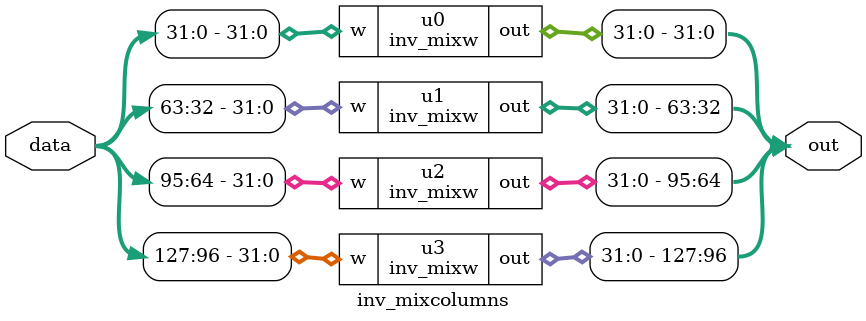
<source format=v>
module inv_mixw (
	input	[31:0]	w,
	output	[31:0]	out
);

assign out[31] = w[30]^w[29]^w[28]^w[23]^w[22]^w[20]^w[15]^w[13]^w[12]^w[7] ^w[4];
assign out[30] = w[31]^w[29]^w[28]^w[27]^w[23]^w[22]^w[21]^w[19]^w[15]^w[14]^w[12]^w[11]^w[7] ^w[6] ^w[3];
assign out[29] = w[30]^w[28]^w[27]^w[26]^w[23]^w[22]^w[21]^w[20]^w[18]^w[14]^w[13]^w[11]^w[10]^w[7] ^w[6]^w[5]^w[2];
assign out[28] = w[29]^w[27]^w[26]^w[25]^w[23]^w[22]^w[21]^w[20]^w[19]^w[17]^w[15]^w[13]^w[12]^w[10]^w[9]^w[6]^w[5]^w[4]^w[1];
assign out[27] = w[30]^w[29]^w[26]^w[25]^w[24]^w[21]^w[19]^w[18]^w[16]^w[15]^w[14]^w[13]^w[11]^w[9] ^w[8]^w[7]^w[5]^w[3]^w[0];
assign out[26] = w[30]^w[25]^w[24]^w[23]^w[22]^w[18]^w[17]^w[14]^w[10]^w[8] ^w[7] ^w[6] ^w[2];
assign out[25] = w[29]^w[24]^w[23]^w[22]^w[21]^w[17]^w[16]^w[15]^w[13]^w[9] ^w[6] ^w[5] ^w[1];
assign out[24] = w[31]^w[30]^w[29]^w[23]^w[21]^w[16]^w[14]^w[13]^w[8] ^w[5] ^w[0];
assign out[23] = w[31]^w[28]^w[22]^w[21]^w[20]^w[15]^w[14]^w[12]^w[7] ^w[5] ^w[4];
assign out[22] = w[31]^w[30]^w[27]^w[23]^w[21]^w[20]^w[19]^w[15]^w[14]^w[13]^w[11]^w[7] ^w[6] ^w[4]^w[3];
assign out[21] = w[31]^w[30]^w[29]^w[26]^w[22]^w[20]^w[19]^w[18]^w[15]^w[14]^w[13]^w[12]^w[10]^w[6]^w[5]^w[3]^w[2];
assign out[20] = w[30]^w[29]^w[28]^w[25]^w[21]^w[19]^w[18]^w[17]^w[15]^w[14]^w[13]^w[12]^w[11]^w[9]^w[7]^w[5]^w[4]^w[2]^w[1];
assign out[19] = w[31]^w[29]^w[27]^w[24]^w[22]^w[21]^w[18]^w[17]^w[16]^w[13]^w[11]^w[10]^w[8] ^w[7]^w[6]^w[5]^w[3]^w[1]^w[0];
assign out[18] = w[31]^w[30]^w[26]^w[22]^w[17]^w[16]^w[15]^w[14]^w[10]^w[9] ^w[6] ^w[2] ^w[0];
assign out[17] = w[30]^w[29]^w[25]^w[21]^w[16]^w[15]^w[14]^w[13]^w[9] ^w[8] ^w[7] ^w[5] ^w[1];
assign out[16] = w[29]^w[24]^w[23]^w[22]^w[21]^w[15]^w[13]^w[8] ^w[6] ^w[5] ^w[0];
assign out[15] = w[31]^w[29]^w[28]^w[23]^w[20]^w[14]^w[13]^w[12]^w[7] ^w[6] ^w[4];
assign out[14] = w[31]^w[30]^w[28]^w[27]^w[23]^w[22]^w[19]^w[15]^w[13]^w[12]^w[11]^w[7] ^w[6] ^w[5]^w[3];
assign out[13] = w[30]^w[29]^w[27]^w[26]^w[23]^w[22]^w[21]^w[18]^w[14]^w[12]^w[11]^w[10]^w[7] ^w[6]^w[5]^w[4]^w[2];
assign out[12] = w[31]^w[29]^w[28]^w[26]^w[25]^w[22]^w[21]^w[20]^w[17]^w[13]^w[11]^w[10]^w[9] ^w[7]^w[6]^w[5]^w[4]^w[3]^w[1];
assign out[11] = w[31]^w[30]^w[29]^w[27]^w[25]^w[24]^w[23]^w[21]^w[19]^w[16]^w[14]^w[13]^w[10]^w[9]^w[8]^w[5]^w[3]^w[2]^w[0];
assign out[10] = w[30]^w[26]^w[24]^w[23]^w[22]^w[18]^w[14]^w[9] ^w[8] ^w[7] ^w[6] ^w[2] ^w[1];
assign out[9]  = w[31]^w[29]^w[25]^w[22]^w[21]^w[17]^w[13]^w[8] ^w[7] ^w[6] ^w[5] ^w[1] ^w[0];
assign out[8]  = w[30]^w[29]^w[24]^w[21]^w[16]^w[15]^w[14]^w[13]^w[7] ^w[5] ^w[0];
assign out[7]  = w[31]^w[30]^w[28]^w[23]^w[21]^w[20]^w[15]^w[12]^w[6] ^w[5] ^w[4];
assign out[6]  = w[31]^w[30]^w[29]^w[27]^w[23]^w[22]^w[20]^w[19]^w[15]^w[14]^w[11]^w[7] ^w[5] ^w[4] ^w[3];
assign out[5]  = w[31]^w[30]^w[29]^w[28]^w[26]^w[22]^w[21]^w[19]^w[18]^w[15]^w[14]^w[13]^w[10]^w[6] ^w[4]^w[3]^w[2];
assign out[4]  = w[31]^w[30]^w[29]^w[28]^w[27]^w[25]^w[23]^w[21]^w[20]^w[18]^w[17]^w[14]^w[13]^w[12]^w[9]^w[5]^w[3]^w[2]^w[1];
assign out[3]  = w[29]^w[27]^w[26]^w[24]^w[23]^w[22]^w[21]^w[19]^w[17]^w[16]^w[15]^w[13]^w[11]^w[8] ^w[6]^w[5]^w[2]^w[1]^w[0];
assign out[2]  = w[31]^w[30]^w[26]^w[25]^w[22]^w[18]^w[16]^w[15]^w[14]^w[10]^w[6] ^w[1] ^w[0];
assign out[1]  = w[31]^w[30]^w[29]^w[25]^w[24]^w[23]^w[21]^w[17]^w[14]^w[13]^w[9] ^w[5] ^w[0];
assign out[0]  = w[31]^w[29]^w[24]^w[22]^w[21]^w[16]^w[13]^w[8] ^w[7] ^w[6] ^w[5];

endmodule

module inv_mixcolumns (
	input	[127:0]	data,
	output	[127:0]	out
);

inv_mixw u3 (
	.w		(data[127:96]),
	.out	(out[127:96])
);

inv_mixw u2 (
	.w		(data[95:64]),
	.out	(out[95:64])
);

inv_mixw u1 (
	.w		(data[63:32]),
	.out	(out[63:32])
);

inv_mixw u0 (
	.w		(data[31:0]),
	.out	(out[31:0])
);

endmodule

</source>
